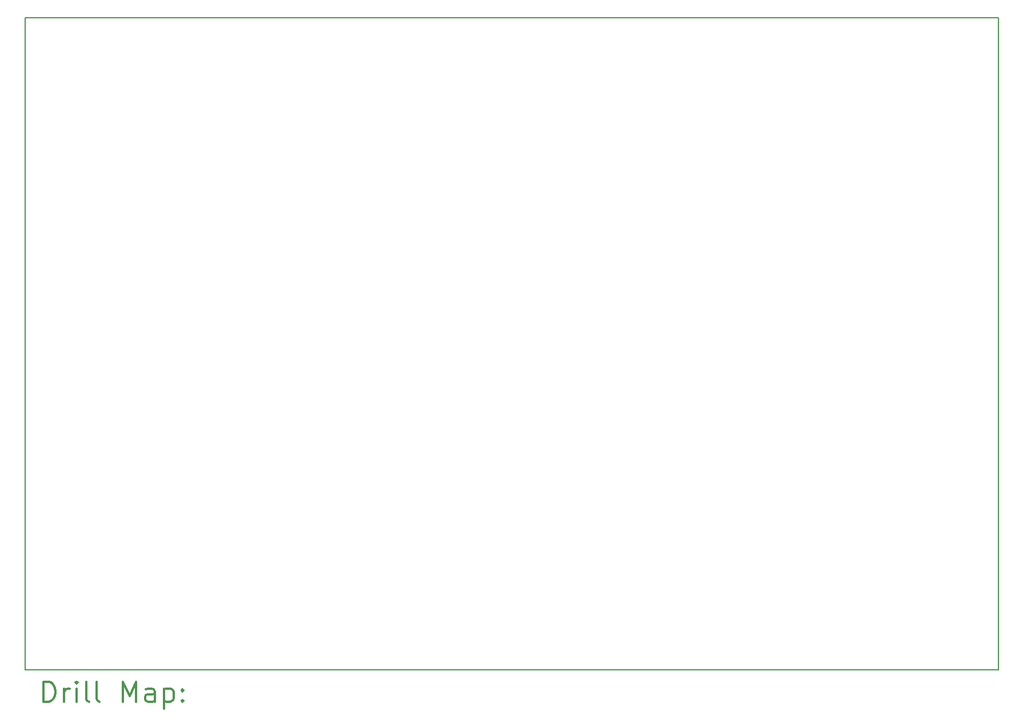
<source format=gbr>
%FSLAX45Y45*%
G04 Gerber Fmt 4.5, Leading zero omitted, Abs format (unit mm)*
G04 Created by KiCad (PCBNEW (5.1.9-0-10_14)) date 2021-05-11 11:11:07*
%MOMM*%
%LPD*%
G01*
G04 APERTURE LIST*
%TA.AperFunction,Profile*%
%ADD10C,0.200000*%
%TD*%
%ADD11C,0.200000*%
%ADD12C,0.300000*%
G04 APERTURE END LIST*
D10*
X20894040Y-4318000D02*
X20894040Y-13970000D01*
X6477000Y-13970000D02*
X6477000Y-4318000D01*
X6477000Y-4318000D02*
X20894040Y-4318000D01*
X20894040Y-13970000D02*
X6477000Y-13970000D01*
D11*
D12*
X6753428Y-14445714D02*
X6753428Y-14145714D01*
X6824857Y-14145714D01*
X6867714Y-14160000D01*
X6896286Y-14188571D01*
X6910571Y-14217143D01*
X6924857Y-14274286D01*
X6924857Y-14317143D01*
X6910571Y-14374286D01*
X6896286Y-14402857D01*
X6867714Y-14431429D01*
X6824857Y-14445714D01*
X6753428Y-14445714D01*
X7053428Y-14445714D02*
X7053428Y-14245714D01*
X7053428Y-14302857D02*
X7067714Y-14274286D01*
X7082000Y-14260000D01*
X7110571Y-14245714D01*
X7139143Y-14245714D01*
X7239143Y-14445714D02*
X7239143Y-14245714D01*
X7239143Y-14145714D02*
X7224857Y-14160000D01*
X7239143Y-14174286D01*
X7253428Y-14160000D01*
X7239143Y-14145714D01*
X7239143Y-14174286D01*
X7424857Y-14445714D02*
X7396286Y-14431429D01*
X7382000Y-14402857D01*
X7382000Y-14145714D01*
X7582000Y-14445714D02*
X7553428Y-14431429D01*
X7539143Y-14402857D01*
X7539143Y-14145714D01*
X7924857Y-14445714D02*
X7924857Y-14145714D01*
X8024857Y-14360000D01*
X8124857Y-14145714D01*
X8124857Y-14445714D01*
X8396286Y-14445714D02*
X8396286Y-14288571D01*
X8382000Y-14260000D01*
X8353428Y-14245714D01*
X8296286Y-14245714D01*
X8267714Y-14260000D01*
X8396286Y-14431429D02*
X8367714Y-14445714D01*
X8296286Y-14445714D01*
X8267714Y-14431429D01*
X8253428Y-14402857D01*
X8253428Y-14374286D01*
X8267714Y-14345714D01*
X8296286Y-14331429D01*
X8367714Y-14331429D01*
X8396286Y-14317143D01*
X8539143Y-14245714D02*
X8539143Y-14545714D01*
X8539143Y-14260000D02*
X8567714Y-14245714D01*
X8624857Y-14245714D01*
X8653428Y-14260000D01*
X8667714Y-14274286D01*
X8682000Y-14302857D01*
X8682000Y-14388571D01*
X8667714Y-14417143D01*
X8653428Y-14431429D01*
X8624857Y-14445714D01*
X8567714Y-14445714D01*
X8539143Y-14431429D01*
X8810571Y-14417143D02*
X8824857Y-14431429D01*
X8810571Y-14445714D01*
X8796286Y-14431429D01*
X8810571Y-14417143D01*
X8810571Y-14445714D01*
X8810571Y-14260000D02*
X8824857Y-14274286D01*
X8810571Y-14288571D01*
X8796286Y-14274286D01*
X8810571Y-14260000D01*
X8810571Y-14288571D01*
M02*

</source>
